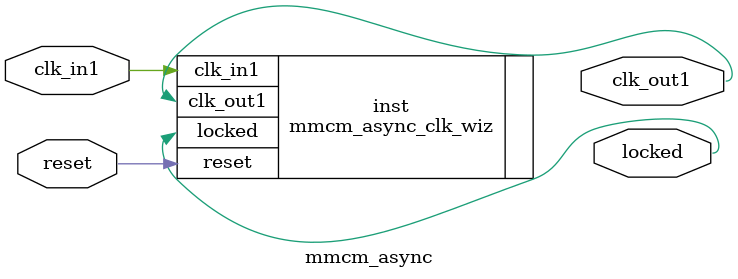
<source format=v>


`timescale 1ps/1ps

(* CORE_GENERATION_INFO = "mmcm_async,clk_wiz_v5_4_1_0,{component_name=mmcm_async,use_phase_alignment=true,use_min_o_jitter=false,use_max_i_jitter=false,use_dyn_phase_shift=false,use_inclk_switchover=false,use_dyn_reconfig=false,enable_axi=0,feedback_source=FDBK_AUTO,PRIMITIVE=MMCM,num_out_clk=1,clkin1_period=8.000,clkin2_period=10.000,use_power_down=false,use_reset=true,use_locked=true,use_inclk_stopped=false,feedback_type=SINGLE,CLOCK_MGR_TYPE=NA,manual_override=false}" *)

module mmcm_async 
 (
  // Clock out ports
  output        clk_out1,
  // Status and control signals
  input         reset,
  output        locked,
 // Clock in ports
  input         clk_in1
 );

  mmcm_async_clk_wiz inst
  (
  // Clock out ports  
  .clk_out1(clk_out1),
  // Status and control signals               
  .reset(reset), 
  .locked(locked),
 // Clock in ports
  .clk_in1(clk_in1)
  );

endmodule

</source>
